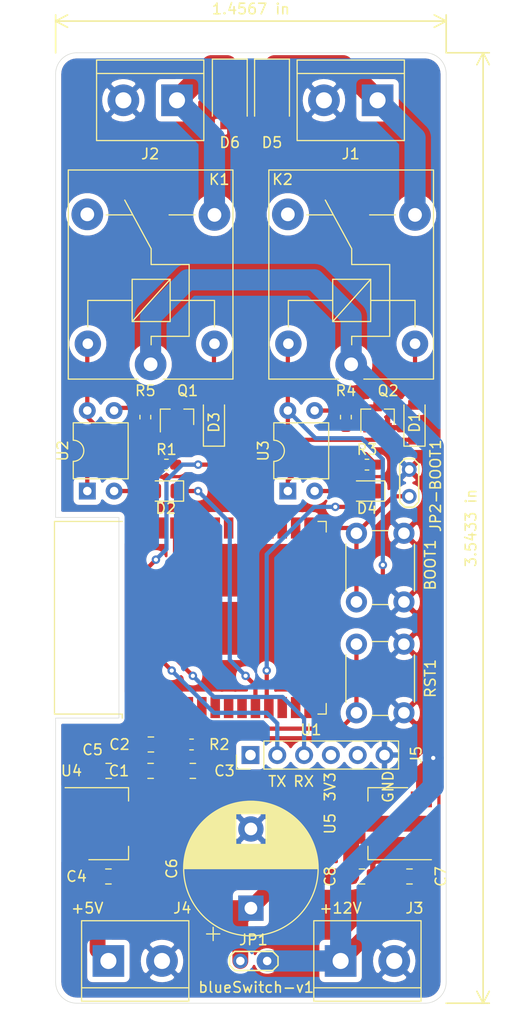
<source format=kicad_pcb>
(kicad_pcb (version 20171130) (host pcbnew "(5.1.6)-1")
  (layers (0 F.Cu signal) (31 B.Cu signal) (34 B.Paste user) (35 F.Paste user) (36 B.SilkS user) (37 F.SilkS user) (38 B.Mask user) (39 F.Mask user) (44 Edge.Cuts user))
  (net 0 "")
  (net 1 "Net-(U1-Pad37)")
  (net 2 "Net-(U1-Pad36)")
  (net 3 "Net-(U1-Pad33)")
  (net 4 "Net-(U1-Pad32)")
  (net 5 "Net-(U1-Pad31)")
  (net 6 "Net-(U1-Pad30)")
  (net 7 "Net-(U1-Pad29)")
  (net 8 "Net-(U1-Pad28)")
  (net 9 "Net-(U1-Pad27)")
  (net 10 "Net-(U1-Pad26)")
  (net 11 "Net-(U1-Pad24)")
  (net 12 "Net-(U1-Pad23)")
  (net 13 "Net-(U1-Pad22)")
  (net 14 "Net-(U1-Pad21)")
  (net 15 "Net-(U1-Pad20)")
  (net 16 "Net-(U1-Pad19)")
  (net 17 "Net-(U1-Pad18)")
  (net 18 "Net-(U1-Pad17)")
  (net 19 "Net-(U1-Pad16)")
  (net 20 "Net-(U1-Pad14)")
  (net 21 "Net-(U1-Pad13)")
  (net 22 "Net-(U1-Pad12)")
  (net 23 "Net-(U1-Pad9)")
  (net 24 "Net-(U1-Pad8)")
  (net 25 "Net-(U1-Pad7)")
  (net 26 "Net-(U1-Pad6)")
  (net 27 "Net-(U1-Pad5)")
  (net 28 "Net-(U1-Pad4)")
  (net 29 "Net-(D1-Pad2)")
  (net 30 "Net-(D2-Pad2)")
  (net 31 GND)
  (net 32 "Net-(Q1-Pad1)")
  (net 33 +5V)
  (net 34 "Net-(R1-Pad1)")
  (net 35 +3V3)
  (net 36 /EN)
  (net 37 /IO0)
  (net 38 "Net-(D3-Pad2)")
  (net 39 "Net-(D4-Pad2)")
  (net 40 "Net-(Q2-Pad1)")
  (net 41 "Net-(R3-Pad1)")
  (net 42 +12V)
  (net 43 "Net-(K1-Pad4)")
  (net 44 "Net-(K2-Pad4)")
  (net 45 "Net-(D5-Pad1)")
  (net 46 "Net-(D6-Pad1)")
  (net 47 IO26)
  (net 48 IO25)
  (net 49 "Net-(J5-Pad5)")
  (net 50 3V3)
  (net 51 RX0)
  (net 52 TX0)
  (net 53 "Net-(J5-Pad1)")
  (net 54 "Net-(R4-Pad2)")
  (net 55 "Net-(R5-Pad2)")
  (module Package_TO_SOT_SMD:SOT-223-3_TabPin2 (layer F.Cu) (at 131.5 143 180)
    (fp_text reference U5 (at 5.5 0 90) (layer F.SilkS))
    (fp_text value LM1117-5.0)
    (pad 1 smd rect (at -3.15 -2.3 180) (size 2 1.5) (layers F.Cu F.Paste F.Mask) (net 31 GND))
    (pad 3 smd rect (at -3.15 2.3 180) (size 2 1.5) (layers F.Cu F.Paste F.Mask) (net 42 +12V))
    (pad 2 smd rect (at -3.15 0 180) (size 2 1.5) (layers F.Cu F.Paste F.Mask) (net 33 +5V))
    (pad 2 smd rect (at 3.15 0 180) (size 2 3.8) (layers F.Cu F.Paste F.Mask) (net 33 +5V))
  )
  (module Resistor_SMD:R_0603_1608Metric_Pad1.05x0.95mm_HandSolder (layer F.Cu) (at 108.5 104.5 90)
    (fp_text reference R5 (at 2.5 0 180) (layer F.SilkS))
    (fp_text value 500)
    (pad 2 smd roundrect (at 0.875 0 90) (size 1.05 0.95) (layers F.Cu F.Paste F.Mask) (net 55 "Net-(R5-Pad2)"))
    (pad 1 smd roundrect (at -0.875 0 90) (size 1.05 0.95) (layers F.Cu F.Paste F.Mask) (net 32 "Net-(Q1-Pad1)"))
  )
  (module Resistor_SMD:R_0603_1608Metric_Pad1.05x0.95mm_HandSolder (layer F.Cu) (at 127.5 104.5 90)
    (fp_text reference R4 (at 2.5 0 180) (layer F.SilkS))
    (fp_text value 500)
    (pad 2 smd roundrect (at 0.875 0 90) (size 1.05 0.95) (layers F.Cu F.Paste F.Mask) (net 54 "Net-(R4-Pad2)"))
    (pad 1 smd roundrect (at -0.875 0 90) (size 1.05 0.95) (layers F.Cu F.Paste F.Mask) (net 40 "Net-(Q2-Pad1)"))
  )
  (module Capacitor_SMD:C_0805_2012Metric_Pad1.15x1.40mm_HandSolder (layer F.Cu) (at 129.025 148)
    (fp_text reference C8 (at -3.025 0 90) (layer F.SilkS))
    (fp_text value 1uF)
    (pad 2 smd roundrect (at 1.025 0) (size 1.15 1.4) (layers F.Cu F.Paste F.Mask) (roundrect_rratio 0.217391) (net 31 GND))
    (pad 1 smd roundrect (at -1.025 0) (size 1.15 1.4) (layers F.Cu F.Paste F.Mask) (roundrect_rratio 0.217391) (net 33 +5V))
  )
  (module Capacitor_SMD:C_0805_2012Metric_Pad1.15x1.40mm_HandSolder (layer F.Cu) (at 133.525 148)
    (fp_text reference C7 (at 2.975 0 270) (layer F.SilkS))
    (fp_text value 1uF)
    (pad 2 smd roundrect (at 1.025 0) (size 1.15 1.4) (layers F.Cu F.Paste F.Mask) (roundrect_rratio 0.217391) (net 31 GND))
    (pad 1 smd roundrect (at -1.025 0) (size 1.15 1.4) (layers F.Cu F.Paste F.Mask) (roundrect_rratio 0.217391) (net 42 +12V))
  )
  (module TestPoint:TestPoint_2Pads_Pitch2.54mm_Drill0.8mm (layer F.Cu) (at 133.5 112 90)
    (fp_text reference JP2-BOOT1 (at 1 2.5 90) (layer F.SilkS))
    (fp_text value Jumper)
    (pad 2 thru_hole circle (at 2.54 0 90) (size 1.4 1.4) (drill 0.8) (layers *.Cu *.Mask) (net 31 GND))
    (pad 1 thru_hole circle (at 0 0 90) (size 1.4 1.4) (drill 0.8) (layers *.Cu *.Mask) (net 37 /IO0))
  )
  (module Connector_PinHeader_2.54mm:PinHeader_1x06_P2.54mm_Vertical (layer F.Cu) (at 118.46 136.5 90)
    (fp_text reference J5 (at 0 15.7 90) (layer F.SilkS))
    (fp_text value Conn_01x06_Female)
    (pad 6 thru_hole oval (at 0 12.7 90) (size 1.7 1.7) (drill 1) (layers *.Cu *.Mask) (net 31 GND))
    (pad 5 thru_hole oval (at 0 10.16 90) (size 1.7 1.7) (drill 1) (layers *.Cu *.Mask) (net 49 "Net-(J5-Pad5)"))
    (pad 4 thru_hole oval (at 0 7.62 90) (size 1.7 1.7) (drill 1) (layers *.Cu *.Mask) (net 50 3V3))
    (pad 3 thru_hole oval (at 0 5.08 90) (size 1.7 1.7) (drill 1) (layers *.Cu *.Mask) (net 51 RX0))
    (pad 2 thru_hole oval (at 0 2.54 90) (size 1.7 1.7) (drill 1) (layers *.Cu *.Mask) (net 52 TX0))
    (pad 1 thru_hole rect (at 0 0 90) (size 1.7 1.7) (drill 1) (layers *.Cu *.Mask) (net 53 "Net-(J5-Pad1)"))
  )
  (module Diode_SMD:D_SMA (layer F.Cu) (at 116.5 74 270)
    (fp_text reference D6 (at 4.5 0 180) (layer F.SilkS))
    (fp_text value US1M)
    (pad 2 smd rect (at 2 0 270) (size 2.5 1.8) (layers F.Cu F.Paste F.Mask) (net 31 GND))
    (pad 1 smd rect (at -2 0 270) (size 2.5 1.8) (layers F.Cu F.Paste F.Mask) (net 46 "Net-(D6-Pad1)"))
  )
  (module Diode_SMD:D_SMA (layer F.Cu) (at 120.5 74 270)
    (fp_text reference D5 (at 4.5 0 180) (layer F.SilkS))
    (fp_text value US1M)
    (pad 2 smd rect (at 2 0 270) (size 2.5 1.8) (layers F.Cu F.Paste F.Mask) (net 31 GND))
    (pad 1 smd rect (at -2 0 270) (size 2.5 1.8) (layers F.Cu F.Paste F.Mask) (net 45 "Net-(D5-Pad1)"))
  )
  (module Package_TO_SOT_SMD:SOT-223-3_TabPin2 (layer F.Cu) (at 105 143)
    (fp_text reference U4 (at -3.5 -5) (layer F.SilkS))
    (fp_text value LM1117-3.3)
    (pad 1 smd rect (at -3.15 -2.3) (size 2 1.5) (layers F.Cu F.Paste F.Mask) (net 31 GND))
    (pad 3 smd rect (at -3.15 2.3) (size 2 1.5) (layers F.Cu F.Paste F.Mask) (net 33 +5V))
    (pad 2 smd rect (at -3.15 0) (size 2 1.5) (layers F.Cu F.Paste F.Mask) (net 35 +3V3))
    (pad 2 smd rect (at 3.15 0) (size 2 3.8) (layers F.Cu F.Paste F.Mask) (net 35 +3V3))
  )
  (module TestPoint:TestPoint_2Pads_Pitch2.54mm_Drill0.8mm (layer F.Cu) (at 120.04 156 180)
    (fp_text reference JP1 (at 1.3 2) (layer F.SilkS))
    (fp_text value Jumper)
    (pad 2 thru_hole circle (at 2.54 0 180) (size 1.4 1.4) (drill 0.8) (layers *.Cu *.Mask) (net 33 +5V))
    (pad 1 thru_hole circle (at 0 0 180) (size 1.4 1.4) (drill 0.8) (layers *.Cu *.Mask) (net 42 +12V))
  )
  (module TerminalBlock:TerminalBlock_bornier-2_P5.08mm (layer F.Cu) (at 105 156)
    (fp_text reference J4 (at 7 -5) (layer F.SilkS))
    (fp_text value Screw_Terminal_01x02)
    (pad 2 thru_hole circle (at 5.08 0) (size 3 3) (drill 1.52) (layers *.Cu *.Mask) (net 31 GND))
    (pad 1 thru_hole rect (at 0 0) (size 3 3) (drill 1.52) (layers *.Cu *.Mask) (net 33 +5V))
  )
  (module TerminalBlock:TerminalBlock_bornier-2_P5.08mm (layer F.Cu) (at 127 156)
    (fp_text reference J3 (at 7 -5) (layer F.SilkS))
    (fp_text value Screw_Terminal_01x02)
    (pad 2 thru_hole circle (at 5.08 0) (size 3 3) (drill 1.52) (layers *.Cu *.Mask) (net 31 GND))
    (pad 1 thru_hole rect (at 0 0) (size 3 3) (drill 1.52) (layers *.Cu *.Mask) (net 42 +12V))
  )
  (module TerminalBlock:TerminalBlock_bornier-2_P5.08mm (layer F.Cu) (at 111.5 74.5 180)
    (fp_text reference J2 (at 2.54 -5.08) (layer F.SilkS))
    (fp_text value Screw_Terminal_01x02)
    (pad 2 thru_hole circle (at 5.08 0 180) (size 3 3) (drill 1.52) (layers *.Cu *.Mask) (net 31 GND))
    (pad 1 thru_hole rect (at 0 0 180) (size 3 3) (drill 1.52) (layers *.Cu *.Mask) (net 46 "Net-(D6-Pad1)"))
  )
  (module TerminalBlock:TerminalBlock_bornier-2_P5.08mm (layer F.Cu) (at 130.5 74.5 180)
    (fp_text reference J1 (at 2.54 -5.08) (layer F.SilkS))
    (fp_text value Screw_Terminal_01x02)
    (pad 2 thru_hole circle (at 5.08 0 180) (size 3 3) (drill 1.52) (layers *.Cu *.Mask) (net 31 GND))
    (pad 1 thru_hole rect (at 0 0 180) (size 3 3) (drill 1.52) (layers *.Cu *.Mask) (net 45 "Net-(D5-Pad1)"))
  )
  (module Capacitor_THT:CP_Radial_D12.5mm_P7.50mm (layer F.Cu) (at 118.5 151 90)
    (fp_text reference C6 (at 3.75 -7.5 90) (layer F.SilkS))
    (fp_text value CP1)
    (pad 2 thru_hole circle (at 7.5 0 90) (size 2.4 2.4) (drill 1.2) (layers *.Cu *.Mask) (net 31 GND))
    (pad 1 thru_hole rect (at 0 0 90) (size 2.4 2.4) (drill 1.2) (layers *.Cu *.Mask) (net 33 +5V))
  )
  (module Capacitor_SMD:C_0805_2012Metric_Pad1.15x1.40mm_HandSolder (layer F.Cu) (at 105.025 138)
    (fp_text reference C5 (at -1.525 -2) (layer F.SilkS))
    (fp_text value 1uF)
    (pad 2 smd roundrect (at 1.025 0) (size 1.15 1.4) (layers F.Cu F.Paste F.Mask) (roundrect_rratio 0.217391) (net 31 GND))
    (pad 1 smd roundrect (at -1.025 0) (size 1.15 1.4) (layers F.Cu F.Paste F.Mask) (roundrect_rratio 0.217391) (net 35 +3V3))
  )
  (module Capacitor_SMD:C_0805_2012Metric_Pad1.15x1.40mm_HandSolder (layer F.Cu) (at 105 148)
    (fp_text reference C4 (at -3.025 0) (layer F.SilkS))
    (fp_text value 1uF)
    (pad 2 smd roundrect (at 1.025 0) (size 1.15 1.4) (layers F.Cu F.Paste F.Mask) (roundrect_rratio 0.217391) (net 31 GND))
    (pad 1 smd roundrect (at -1.025 0) (size 1.15 1.4) (layers F.Cu F.Paste F.Mask) (roundrect_rratio 0.217391) (net 33 +5V))
  )
  (module RF_Module:ESP32-WROOM-32 (layer F.Cu) (at 115.755 123.5 90)
    (fp_text reference U1 (at -10.61 8.43) (layer F.SilkS))
    (fp_text value ESP32-WROOM-32)
    (pad 38 smd rect (at 8.5 -8.255 90) (size 2 0.9) (layers F.Cu F.Paste F.Mask) (net 31 GND))
    (pad 37 smd rect (at 8.5 -6.985 90) (size 2 0.9) (layers F.Cu F.Paste F.Mask) (net 1 "Net-(U1-Pad37)"))
    (pad 36 smd rect (at 8.5 -5.715 90) (size 2 0.9) (layers F.Cu F.Paste F.Mask) (net 2 "Net-(U1-Pad36)"))
    (pad 35 smd rect (at 8.5 -4.445 90) (size 2 0.9) (layers F.Cu F.Paste F.Mask) (net 52 TX0))
    (pad 34 smd rect (at 8.5 -3.175 90) (size 2 0.9) (layers F.Cu F.Paste F.Mask) (net 51 RX0))
    (pad 33 smd rect (at 8.5 -1.905 90) (size 2 0.9) (layers F.Cu F.Paste F.Mask) (net 3 "Net-(U1-Pad33)"))
    (pad 32 smd rect (at 8.5 -0.635 90) (size 2 0.9) (layers F.Cu F.Paste F.Mask) (net 4 "Net-(U1-Pad32)"))
    (pad 31 smd rect (at 8.5 0.635 90) (size 2 0.9) (layers F.Cu F.Paste F.Mask) (net 5 "Net-(U1-Pad31)"))
    (pad 30 smd rect (at 8.5 1.905 90) (size 2 0.9) (layers F.Cu F.Paste F.Mask) (net 6 "Net-(U1-Pad30)"))
    (pad 29 smd rect (at 8.5 3.175 90) (size 2 0.9) (layers F.Cu F.Paste F.Mask) (net 7 "Net-(U1-Pad29)"))
    (pad 28 smd rect (at 8.5 4.445 90) (size 2 0.9) (layers F.Cu F.Paste F.Mask) (net 8 "Net-(U1-Pad28)"))
    (pad 27 smd rect (at 8.5 5.715 90) (size 2 0.9) (layers F.Cu F.Paste F.Mask) (net 9 "Net-(U1-Pad27)"))
    (pad 26 smd rect (at 8.5 6.985 90) (size 2 0.9) (layers F.Cu F.Paste F.Mask) (net 10 "Net-(U1-Pad26)"))
    (pad 25 smd rect (at 8.5 8.255 90) (size 2 0.9) (layers F.Cu F.Paste F.Mask) (net 37 /IO0))
    (pad 24 smd rect (at 5.715 9.255 180) (size 2 0.9) (layers F.Cu F.Paste F.Mask) (net 11 "Net-(U1-Pad24)"))
    (pad 23 smd rect (at 4.445 9.255 180) (size 2 0.9) (layers F.Cu F.Paste F.Mask) (net 12 "Net-(U1-Pad23)"))
    (pad 22 smd rect (at 3.175 9.255 180) (size 2 0.9) (layers F.Cu F.Paste F.Mask) (net 13 "Net-(U1-Pad22)"))
    (pad 21 smd rect (at 1.905 9.255 180) (size 2 0.9) (layers F.Cu F.Paste F.Mask) (net 14 "Net-(U1-Pad21)"))
    (pad 20 smd rect (at 0.635 9.255 180) (size 2 0.9) (layers F.Cu F.Paste F.Mask) (net 15 "Net-(U1-Pad20)"))
    (pad 19 smd rect (at -0.635 9.255 180) (size 2 0.9) (layers F.Cu F.Paste F.Mask) (net 16 "Net-(U1-Pad19)"))
    (pad 18 smd rect (at -1.905 9.255 180) (size 2 0.9) (layers F.Cu F.Paste F.Mask) (net 17 "Net-(U1-Pad18)"))
    (pad 17 smd rect (at -3.175 9.255 180) (size 2 0.9) (layers F.Cu F.Paste F.Mask) (net 18 "Net-(U1-Pad17)"))
    (pad 16 smd rect (at -4.445 9.255 180) (size 2 0.9) (layers F.Cu F.Paste F.Mask) (net 19 "Net-(U1-Pad16)"))
    (pad 15 smd rect (at -5.715 9.255 180) (size 2 0.9) (layers F.Cu F.Paste F.Mask) (net 31 GND))
    (pad 14 smd rect (at -8.5 8.255 90) (size 2 0.9) (layers F.Cu F.Paste F.Mask) (net 20 "Net-(U1-Pad14)"))
    (pad 13 smd rect (at -8.5 6.985 90) (size 2 0.9) (layers F.Cu F.Paste F.Mask) (net 21 "Net-(U1-Pad13)"))
    (pad 12 smd rect (at -8.5 5.715 90) (size 2 0.9) (layers F.Cu F.Paste F.Mask) (net 22 "Net-(U1-Pad12)"))
    (pad 11 smd rect (at -8.5 4.445 90) (size 2 0.9) (layers F.Cu F.Paste F.Mask) (net 47 IO26))
    (pad 10 smd rect (at -8.5 3.175 90) (size 2 0.9) (layers F.Cu F.Paste F.Mask) (net 48 IO25))
    (pad 9 smd rect (at -8.5 1.905 90) (size 2 0.9) (layers F.Cu F.Paste F.Mask) (net 23 "Net-(U1-Pad9)"))
    (pad 8 smd rect (at -8.5 0.635 90) (size 2 0.9) (layers F.Cu F.Paste F.Mask) (net 24 "Net-(U1-Pad8)"))
    (pad 7 smd rect (at -8.5 -0.635 90) (size 2 0.9) (layers F.Cu F.Paste F.Mask) (net 25 "Net-(U1-Pad7)"))
    (pad 6 smd rect (at -8.5 -1.905 90) (size 2 0.9) (layers F.Cu F.Paste F.Mask) (net 26 "Net-(U1-Pad6)"))
    (pad 5 smd rect (at -8.5 -3.175 90) (size 2 0.9) (layers F.Cu F.Paste F.Mask) (net 27 "Net-(U1-Pad5)"))
    (pad 4 smd rect (at -8.5 -4.445 90) (size 2 0.9) (layers F.Cu F.Paste F.Mask) (net 28 "Net-(U1-Pad4)"))
    (pad 3 smd rect (at -8.5 -5.715 90) (size 2 0.9) (layers F.Cu F.Paste F.Mask) (net 36 /EN))
    (pad 2 smd rect (at -8.5 -6.985 90) (size 2 0.9) (layers F.Cu F.Paste F.Mask) (net 35 +3V3))
    (pad 1 smd rect (at -8.5 -8.255 90) (size 2 0.9) (layers F.Cu F.Paste F.Mask) (net 31 GND))
    (pad 39 smd rect (at -1 -0.755 90) (size 5 5) (layers F.Cu F.Paste F.Mask) (net 31 GND))
  )
  (module Button_Switch_THT:SW_PUSH_6mm (layer F.Cu) (at 128.5 122 90)
    (fp_text reference BOOT1 (at 3.5 7 90) (layer F.SilkS))
    (fp_text value SW_Push)
    (pad 1 thru_hole circle (at 6.5 0 180) (size 2 2) (drill 1.1) (layers *.Cu *.Mask) (net 37 /IO0))
    (pad 2 thru_hole circle (at 6.5 4.5 180) (size 2 2) (drill 1.1) (layers *.Cu *.Mask) (net 31 GND))
    (pad 1 thru_hole circle (at 0 0 180) (size 2 2) (drill 1.1) (layers *.Cu *.Mask) (net 37 /IO0))
    (pad 2 thru_hole circle (at 0 4.5 180) (size 2 2) (drill 1.1) (layers *.Cu *.Mask) (net 31 GND))
  )
  (module Button_Switch_THT:SW_PUSH_6mm (layer F.Cu) (at 128.5 132.5 90)
    (fp_text reference RST1 (at 3.25 7 90) (layer F.SilkS))
    (fp_text value SW_Push)
    (pad 1 thru_hole circle (at 6.5 0 180) (size 2 2) (drill 1.1) (layers *.Cu *.Mask) (net 36 /EN))
    (pad 2 thru_hole circle (at 6.5 4.5 180) (size 2 2) (drill 1.1) (layers *.Cu *.Mask) (net 31 GND))
    (pad 1 thru_hole circle (at 0 0 180) (size 2 2) (drill 1.1) (layers *.Cu *.Mask) (net 36 /EN))
    (pad 2 thru_hole circle (at 0 4.5 180) (size 2 2) (drill 1.1) (layers *.Cu *.Mask) (net 31 GND))
  )
  (module Diode_SMD:D_SOD-123 (layer F.Cu) (at 115 105 90)
    (fp_text reference D3 (at 0 0 90) (layer F.SilkS))
    (fp_text value 1N4148W)
    (pad 2 smd rect (at 1.65 0 90) (size 0.9 1.2) (layers F.Cu F.Paste F.Mask) (net 38 "Net-(D3-Pad2)"))
    (pad 1 smd rect (at -1.65 0 90) (size 0.9 1.2) (layers F.Cu F.Paste F.Mask) (net 33 +5V))
  )
  (module Diode_SMD:D_SOD-123 (layer F.Cu) (at 134 105 90)
    (fp_text reference D1 (at 0 0 90) (layer F.SilkS))
    (fp_text value 1N4148W)
    (pad 2 smd rect (at 1.65 0 90) (size 0.9 1.2) (layers F.Cu F.Paste F.Mask) (net 29 "Net-(D1-Pad2)"))
    (pad 1 smd rect (at -1.65 0 90) (size 0.9 1.2) (layers F.Cu F.Paste F.Mask) (net 33 +5V))
  )
  (module Package_DIP:DIP-4_W7.62mm (layer F.Cu) (at 122 111.5 90)
    (fp_text reference U3 (at 3.81 -2.33 90) (layer F.SilkS))
    (fp_text value EL817)
    (pad 4 thru_hole oval (at 7.62 0 90) (size 1.6 1.6) (drill 0.8) (layers *.Cu *.Mask) (net 33 +5V))
    (pad 2 thru_hole oval (at 0 2.54 90) (size 1.6 1.6) (drill 0.8) (layers *.Cu *.Mask) (net 39 "Net-(D4-Pad2)"))
    (pad 3 thru_hole oval (at 7.62 2.54 90) (size 1.6 1.6) (drill 0.8) (layers *.Cu *.Mask) (net 54 "Net-(R4-Pad2)"))
    (pad 1 thru_hole rect (at 0 0 90) (size 1.6 1.6) (drill 0.8) (layers *.Cu *.Mask) (net 41 "Net-(R3-Pad1)"))
  )
  (module Resistor_SMD:R_0603_1608Metric_Pad1.05x0.95mm_HandSolder (layer F.Cu) (at 129.5 109)
    (fp_text reference R3 (at 0 -1.43) (layer F.SilkS))
    (fp_text value R_Small)
    (pad 2 smd roundrect (at 0.875 0) (size 1.05 0.95) (layers F.Cu F.Paste F.Mask) (net 35 +3V3))
    (pad 1 smd roundrect (at -0.875 0) (size 1.05 0.95) (layers F.Cu F.Paste F.Mask) (net 41 "Net-(R3-Pad1)"))
  )
  (module Package_TO_SOT_SMD:SOT-23 (layer F.Cu) (at 130.5 104.5 90)
    (fp_text reference Q2 (at 2.5 1 180) (layer F.SilkS))
    (fp_text value BC817)
    (pad 3 smd rect (at 1 0 90) (size 0.9 0.8) (layers F.Cu F.Paste F.Mask) (net 29 "Net-(D1-Pad2)"))
    (pad 2 smd rect (at -1 0.95 90) (size 0.9 0.8) (layers F.Cu F.Paste F.Mask) (net 31 GND))
    (pad 1 smd rect (at -1 -0.95 90) (size 0.9 0.8) (layers F.Cu F.Paste F.Mask) (net 40 "Net-(Q2-Pad1)"))
  )
  (module Relay_THT:Relay_SPDT_SANYOU_SRD_Series_Form_C (layer F.Cu) (at 128 99.5 90)
    (fp_text reference K2 (at 17.5 -6.5 180) (layer F.SilkS))
    (fp_text value SANYOU_SRD_Form_C)
    (pad 1 thru_hole circle (at 0 0 180) (size 3 3) (drill 1.3) (layers *.Cu *.Mask) (net 42 +12V))
    (pad 5 thru_hole circle (at 1.95 -5.95 180) (size 2.5 2.5) (drill 1) (layers *.Cu *.Mask) (net 33 +5V))
    (pad 4 thru_hole circle (at 14.2 -6 180) (size 3 3) (drill 1.3) (layers *.Cu *.Mask) (net 44 "Net-(K2-Pad4)"))
    (pad 3 thru_hole circle (at 14.15 6.05 180) (size 3 3) (drill 1.3) (layers *.Cu *.Mask) (net 45 "Net-(D5-Pad1)"))
    (pad 2 thru_hole circle (at 1.95 6.05 180) (size 2.5 2.5) (drill 1) (layers *.Cu *.Mask) (net 29 "Net-(D1-Pad2)"))
  )
  (module LED_SMD:LED_0805_2012Metric (layer F.Cu) (at 129.5 111.5 180)
    (fp_text reference D4 (at 0 -1.65) (layer F.SilkS))
    (fp_text value LED)
    (pad 2 smd roundrect (at 0.9375 0 180) (size 0.975 1.4) (layers F.Cu F.Paste F.Mask) (net 39 "Net-(D4-Pad2)"))
    (pad 1 smd roundrect (at -0.9375 0 180) (size 0.975 1.4) (layers F.Cu F.Paste F.Mask) (net 47 IO26))
  )
  (module Capacitor_SMD:C_0805_2012Metric_Pad1.15x1.40mm_HandSolder (layer F.Cu) (at 113 138 180)
    (fp_text reference C3 (at -3 0) (layer F.SilkS))
    (fp_text value C_Small)
    (pad 2 smd roundrect (at 1.025 0 180) (size 1.15 1.4) (layers F.Cu F.Paste F.Mask) (roundrect_rratio 0.217391) (net 31 GND))
    (pad 1 smd roundrect (at -1.025 0 180) (size 1.15 1.4) (layers F.Cu F.Paste F.Mask) (roundrect_rratio 0.217391) (net 36 /EN))
  )
  (module Capacitor_SMD:C_0805_2012Metric_Pad1.15x1.40mm_HandSolder (layer F.Cu) (at 109.025 135.5 180)
    (fp_text reference C2 (at 2.975 0) (layer F.SilkS))
    (fp_text value 0.1uF)
    (pad 2 smd roundrect (at 1.025 0 180) (size 1.15 1.4) (layers F.Cu F.Paste F.Mask) (roundrect_rratio 0.217391) (net 31 GND))
    (pad 1 smd roundrect (at -1.025 0 180) (size 1.15 1.4) (layers F.Cu F.Paste F.Mask) (roundrect_rratio 0.217391) (net 35 +3V3))
  )
  (module Capacitor_SMD:C_0805_2012Metric_Pad1.15x1.40mm_HandSolder (layer F.Cu) (at 109 138 180)
    (fp_text reference C1 (at 3 0) (layer F.SilkS))
    (fp_text value 0.1uF)
    (pad 2 smd roundrect (at 1.025 0 180) (size 1.15 1.4) (layers F.Cu F.Paste F.Mask) (roundrect_rratio 0.217391) (net 31 GND))
    (pad 1 smd roundrect (at -1.025 0 180) (size 1.15 1.4) (layers F.Cu F.Paste F.Mask) (roundrect_rratio 0.217391) (net 35 +3V3))
  )
  (module Resistor_SMD:R_0603_1608Metric_Pad1.05x0.95mm_HandSolder (layer F.Cu) (at 112.875 135.5 180)
    (fp_text reference R2 (at -2.625 0) (layer F.SilkS))
    (fp_text value R_Small)
    (pad 2 smd roundrect (at 0.875 0 180) (size 1.05 0.95) (layers F.Cu F.Paste F.Mask) (net 35 +3V3))
    (pad 1 smd roundrect (at -0.875 0 180) (size 1.05 0.95) (layers F.Cu F.Paste F.Mask) (net 36 /EN))
  )
  (module Package_DIP:DIP-4_W7.62mm (layer F.Cu) (at 103 111.5 90)
    (fp_text reference U2 (at 3.81 -2.33 90) (layer F.SilkS))
    (fp_text value EL817)
    (pad 4 thru_hole oval (at 7.62 0 90) (size 1.6 1.6) (drill 0.8) (layers *.Cu *.Mask) (net 33 +5V))
    (pad 2 thru_hole oval (at 0 2.54 90) (size 1.6 1.6) (drill 0.8) (layers *.Cu *.Mask) (net 30 "Net-(D2-Pad2)"))
    (pad 3 thru_hole oval (at 7.62 2.54 90) (size 1.6 1.6) (drill 0.8) (layers *.Cu *.Mask) (net 55 "Net-(R5-Pad2)"))
    (pad 1 thru_hole rect (at 0 0 90) (size 1.6 1.6) (drill 0.8) (layers *.Cu *.Mask) (net 34 "Net-(R1-Pad1)"))
  )
  (module Resistor_SMD:R_0603_1608Metric_Pad1.05x0.95mm_HandSolder (layer F.Cu) (at 110.5 109)
    (fp_text reference R1 (at 0 -1.43) (layer F.SilkS))
    (fp_text value R_Small)
    (pad 2 smd roundrect (at 0.875 0) (size 1.05 0.95) (layers F.Cu F.Paste F.Mask) (net 35 +3V3))
    (pad 1 smd roundrect (at -0.875 0) (size 1.05 0.95) (layers F.Cu F.Paste F.Mask) (net 34 "Net-(R1-Pad1)"))
  )
  (module Package_TO_SOT_SMD:SOT-23 (layer F.Cu) (at 111.5 104.5 90)
    (fp_text reference Q1 (at 2.5 1 180) (layer F.SilkS))
    (fp_text value BC817)
    (pad 3 smd rect (at 1 0 90) (size 0.9 0.8) (layers F.Cu F.Paste F.Mask) (net 38 "Net-(D3-Pad2)"))
    (pad 2 smd rect (at -1 0.95 90) (size 0.9 0.8) (layers F.Cu F.Paste F.Mask) (net 31 GND))
    (pad 1 smd rect (at -1 -0.95 90) (size 0.9 0.8) (layers F.Cu F.Paste F.Mask) (net 32 "Net-(Q1-Pad1)"))
  )
  (module Relay_THT:Relay_SPDT_SANYOU_SRD_Series_Form_C (layer F.Cu) (at 109 99.5 90)
    (fp_text reference K1 (at 17.5 6.5 180) (layer F.SilkS))
    (fp_text value SANYOU_SRD_Form_C)
    (pad 1 thru_hole circle (at 0 0 180) (size 3 3) (drill 1.3) (layers *.Cu *.Mask) (net 42 +12V))
    (pad 5 thru_hole circle (at 1.95 -5.95 180) (size 2.5 2.5) (drill 1) (layers *.Cu *.Mask) (net 33 +5V))
    (pad 4 thru_hole circle (at 14.2 -6 180) (size 3 3) (drill 1.3) (layers *.Cu *.Mask) (net 43 "Net-(K1-Pad4)"))
    (pad 3 thru_hole circle (at 14.15 6.05 180) (size 3 3) (drill 1.3) (layers *.Cu *.Mask) (net 46 "Net-(D6-Pad1)"))
    (pad 2 thru_hole circle (at 1.95 6.05 180) (size 2.5 2.5) (drill 1) (layers *.Cu *.Mask) (net 38 "Net-(D3-Pad2)"))
  )
  (module LED_SMD:LED_0805_2012Metric (layer F.Cu) (at 110.4375 111.5 180)
    (fp_text reference D2 (at 0 -1.65) (layer F.SilkS))
    (fp_text value LED)
    (pad 2 smd roundrect (at 0.9375 0 180) (size 0.975 1.4) (layers F.Cu F.Paste F.Mask) (net 30 "Net-(D2-Pad2)"))
    (pad 1 smd roundrect (at -0.9375 0 180) (size 0.975 1.4) (layers F.Cu F.Paste F.Mask) (net 48 IO25))
  )
  (dimension 37 (width 0.15) (layer F.SilkS) (gr_text "37.000 mm" (at 118.5 65.7) (layer F.SilkS) (effects (font (size 1 1) (thickness 0.15)))) (feature1 (pts (xy 137 70) (xy 137 66.413579))) (feature2 (pts (xy 100 70) (xy 100 66.413579))) (crossbar (pts (xy 100 67) (xy 137 67))) (arrow1a (pts (xy 137 67) (xy 135.873496 67.586421))) (arrow1b (pts (xy 137 67) (xy 135.873496 66.413579))) (arrow2a (pts (xy 100 67) (xy 101.126504 67.586421))) (arrow2b (pts (xy 100 67) (xy 101.126504 66.413579))))
  (dimension 90 (width 0.15) (layer F.SilkS) (gr_text "90.000 mm" (at 141.8 115 90) (layer F.SilkS) (effects (font (size 1 1) (thickness 0.15)))) (feature1 (pts (xy 137 70) (xy 141.086421 70))) (feature2 (pts (xy 137 160) (xy 141.086421 160))) (crossbar (pts (xy 140.5 160) (xy 140.5 70))) (arrow1a (pts (xy 140.5 70) (xy 141.086421 71.126504))) (arrow1b (pts (xy 140.5 70) (xy 139.913579 71.126504))) (arrow2a (pts (xy 140.5 160) (xy 141.086421 158.873496))) (arrow2b (pts (xy 140.5 160) (xy 139.913579 158.873496))))
  (gr_arc (start 102 158) (end 100 158) (angle -90) (layer Edge.Cuts) (width 0.05))
  (gr_arc (start 135 158) (end 135 160) (angle -90) (layer Edge.Cuts) (width 0.05))
  (gr_arc (start 135 72) (end 137 72) (angle -90) (layer Edge.Cuts) (width 0.05))
  (gr_arc (start 102 72) (end 102 70) (angle -90) (layer Edge.Cuts) (width 0.05))
  (gr_line (start 102 160) (end 135 160) (layer Edge.Cuts) (width 0.05))
  (gr_text +12V (at 127 151) (layer F.SilkS) (effects (font (size 1 1))))
  (gr_text +5V (at 103 151) (layer F.SilkS) (effects (font (size 1 1))))
  (gr_text blueSwitch-v1 (at 119 158.5) (layer F.SilkS) (effects (font (size 1 1))))
  (gr_text GND (at 131.5 139.5 90) (layer F.SilkS) (effects (font (size 1 1))))
  (gr_text 3V3 (at 126 139.5 90) (layer F.SilkS) (effects (font (size 1 1))))
  (gr_text RX (at 123.5 139) (layer F.SilkS) (effects (font (size 1 1))))
  (gr_text TX (at 121 139) (layer F.SilkS) (effects (font (size 1 1))))
  (gr_line (start 137 158) (end 137 146.5) (layer Edge.Cuts) (width 0.05))
  (gr_line (start 100 146.5) (end 100 158) (layer Edge.Cuts) (width 0.05))
  (gr_line (start 100 133) (end 100 146.5) (layer Edge.Cuts) (width 0.05))
  (gr_line (start 100 101.5) (end 100 114) (layer Edge.Cuts) (width 0.05))
  (gr_line (start 106 114) (end 100 114) (layer Edge.Cuts) (width 0.05))
  (gr_line (start 106 133) (end 106 114) (layer Edge.Cuts) (width 0.05))
  (gr_line (start 100 133) (end 106 133) (layer Edge.Cuts) (width 0.05))
  (gr_line (start 137 134.5) (end 137 146.5) (layer Edge.Cuts) (width 0.05))
  (gr_line (start 137 101.5) (end 137 134.5) (layer Edge.Cuts) (width 0.05))
  (gr_line (start 137 72) (end 137 101.5) (layer Edge.Cuts) (width 0.05))
  (gr_line (start 102 70) (end 135 70) (layer Edge.Cuts) (width 0.05))
  (gr_line (start 100 101.5) (end 100 72) (layer Edge.Cuts) (width 0.05))
  (segment (start 133.85 103.5) (end 134 103.35) (width 0.4) (layer F.Cu) (net 29))
  (segment (start 129.5 103.5) (end 133.85 103.5) (width 0.4) (layer F.Cu) (net 29))
  (segment (start 134.05 103.3) (end 134 103.35) (width 0.4) (layer F.Cu) (net 29))
  (segment (start 134.05 97.55) (end 134.05 103.3) (width 0.4) (layer F.Cu) (net 29))
  (segment (start 105.54 111.5) (end 109.5 111.5) (width 0.4) (layer F.Cu) (net 30))
  (segment (start 108.625 105.5) (end 108.5 105.375) (width 0.4) (layer F.Cu) (net 32))
  (segment (start 110.55 105.5) (end 108.625 105.5) (width 0.4) (layer F.Cu) (net 32))
  (segment (start 103 97.6) (end 103.05 97.55) (width 0.4) (layer F.Cu) (net 33))
  (segment (start 103 103.88) (end 103 97.6) (width 0.4) (layer F.Cu) (net 33))
  (segment (start 115 106.65) (end 105.15 106.65) (width 0.4) (layer F.Cu) (net 33))
  (segment (start 103 104.5) (end 103 103.88) (width 0.4) (layer F.Cu) (net 33))
  (segment (start 105.15 106.65) (end 103 104.5) (width 0.4) (layer F.Cu) (net 33))
  (segment (start 122 97.6) (end 122.05 97.55) (width 0.4) (layer F.Cu) (net 33))
  (segment (start 122 103.88) (end 122 97.6) (width 0.4) (layer F.Cu) (net 33))
  (segment (start 115 106.65) (end 118.85 106.65) (width 0.4) (layer F.Cu) (net 33))
  (segment (start 118.85 106.65) (end 119.23 106.65) (width 0.4) (layer F.Cu) (net 33))
  (segment (start 122 106.5) (end 121.85 106.65) (width 0.4) (layer F.Cu) (net 33))
  (segment (start 134 106.65) (end 121.85 106.65) (width 0.4) (layer F.Cu) (net 33))
  (segment (start 122 103.88) (end 122 106.5) (width 0.4) (layer F.Cu) (net 33))
  (segment (start 121.85 106.65) (end 118.85 106.65) (width 0.4) (layer F.Cu) (net 33))
  (segment (start 128 143.35) (end 128.35 143) (width 1.5) (layer F.Cu) (net 33))
  (segment (start 128 148) (end 128 143.35) (width 1.5) (layer F.Cu) (net 33))
  (segment (start 128.35 143) (end 134.65 143) (width 1.5) (layer F.Cu) (net 33))
  (segment (start 128.35 143) (end 128.35 141.15) (width 0.4) (layer F.Cu) (net 33))
  (segment (start 128.35 141.15) (end 130.5 139) (width 0.4) (layer F.Cu) (net 33))
  (segment (start 130.5 139) (end 132 139) (width 0.4) (layer F.Cu) (net 33))
  (segment (start 132 139) (end 133 138) (width 0.4) (layer F.Cu) (net 33))
  (segment (start 133 138) (end 133 135.5) (width 0.4) (layer F.Cu) (net 33))
  (segment (start 133 135.5) (end 131 133.5) (width 0.4) (layer F.Cu) (net 33))
  (via (at 131 118.5) (size 0.8) (drill 0.4) (layers F.Cu B.Cu) (net 33))
  (segment (start 131 133.5) (end 131 118.5) (width 0.4) (layer F.Cu) (net 33))
  (segment (start 131 118.5) (end 131 108.5) (width 0.4) (layer B.Cu) (net 33))
  (segment (start 131 108.5) (end 129 106.5) (width 0.4) (layer B.Cu) (net 33))
  (segment (start 124.62 106.5) (end 122 103.88) (width 0.4) (layer B.Cu) (net 33))
  (segment (start 129 106.5) (end 124.62 106.5) (width 0.4) (layer B.Cu) (net 33))
  (segment (start 103.975 148) (end 103 148) (width 1) (layer F.Cu) (net 33))
  (segment (start 101.85 146.85) (end 101.85 145.3) (width 1) (layer F.Cu) (net 33))
  (segment (start 103 148) (end 101.85 146.85) (width 1) (layer F.Cu) (net 33))
  (segment (start 121.5 148) (end 118.5 151) (width 1.5) (layer F.Cu) (net 33))
  (segment (start 128 148) (end 121.5 148) (width 1.5) (layer F.Cu) (net 33))
  (segment (start 105 156) (end 103.975 154.975) (width 1.5) (layer F.Cu) (net 33))
  (segment (start 104 151) (end 103.975 150.975) (width 1.5) (layer F.Cu) (net 33))
  (segment (start 118.5 151) (end 104 151) (width 1.5) (layer F.Cu) (net 33))
  (segment (start 103.975 154.975) (end 103.975 150.975) (width 1.5) (layer F.Cu) (net 33))
  (segment (start 103.975 150.975) (end 103.975 148) (width 1.5) (layer F.Cu) (net 33))
  (segment (start 117.5 152) (end 118.5 151) (width 1.5) (layer F.Cu) (net 33))
  (segment (start 117.5 156) (end 117.5 152) (width 1.5) (layer F.Cu) (net 33))
  (segment (start 103 111.5) (end 103 110) (width 0.4) (layer F.Cu) (net 34))
  (segment (start 104 109) (end 109.625 109) (width 0.4) (layer F.Cu) (net 34))
  (segment (start 103 110) (end 104 109) (width 0.4) (layer F.Cu) (net 34))
  (segment (start 104 138) (end 104 143) (width 0.4) (layer F.Cu) (net 35))
  (segment (start 101.85 143) (end 104 143) (width 0.4) (layer F.Cu) (net 35))
  (segment (start 104 143) (end 108.15 143) (width 0.4) (layer F.Cu) (net 35))
  (segment (start 110.025 135.525) (end 110.05 135.5) (width 1) (layer F.Cu) (net 35))
  (segment (start 110.025 138) (end 110.025 135.525) (width 1) (layer F.Cu) (net 35))
  (segment (start 104 142.5) (end 104.5 143) (width 1) (layer F.Cu) (net 35))
  (segment (start 104 138) (end 104 142.5) (width 1) (layer F.Cu) (net 35))
  (segment (start 101.85 143) (end 104.5 143) (width 1) (layer F.Cu) (net 35))
  (segment (start 104.5 143) (end 108.15 143) (width 1) (layer F.Cu) (net 35))
  (segment (start 110.025 141.125) (end 110.025 138) (width 1) (layer F.Cu) (net 35))
  (segment (start 108.15 143) (end 110.025 141.125) (width 1) (layer F.Cu) (net 35))
  (segment (start 108.77 132) (end 108.77 133.73) (width 1) (layer F.Cu) (net 35))
  (segment (start 110.05 135.43148) (end 110.05 135.5) (width 1) (layer F.Cu) (net 35))
  (segment (start 108.77 133.73) (end 110.05 135.43148) (width 1) (layer F.Cu) (net 35))
  (segment (start 112 135.5) (end 110.05 135.5) (width 0.4) (layer F.Cu) (net 35))
  (segment (start 120.5 108) (end 129.375 108) (width 0.4) (layer F.Cu) (net 35))
  (segment (start 129.375 108) (end 130.375 109) (width 0.4) (layer F.Cu) (net 35))
  (segment (start 119.5 109) (end 120.5 108) (width 0.4) (layer F.Cu) (net 35))
  (segment (start 108.77 132) (end 108.77 118.73) (width 0.4) (layer F.Cu) (net 35))
  (via (at 109.5 118) (size 0.8) (drill 0.4) (layers F.Cu B.Cu) (net 35))
  (segment (start 108.77 118.73) (end 109.5 118) (width 0.4) (layer F.Cu) (net 35))
  (segment (start 109.5 118) (end 110.5 117) (width 0.4) (layer B.Cu) (net 35))
  (segment (start 110.5 117) (end 110.5 110.5) (width 0.4) (layer B.Cu) (net 35))
  (segment (start 112 109) (end 113.5 109) (width 0.4) (layer B.Cu) (net 35))
  (via (at 113.5 109) (size 0.8) (drill 0.4) (layers F.Cu B.Cu) (net 35))
  (segment (start 110.5 110.5) (end 112 109) (width 0.4) (layer B.Cu) (net 35))
  (segment (start 111.375 109) (end 113.5 109) (width 0.4) (layer F.Cu) (net 35))
  (segment (start 113.5 109) (end 119.5 109) (width 0.4) (layer F.Cu) (net 35))
  (segment (start 110.04 132) (end 110.04 133.54) (width 0.4) (layer F.Cu) (net 36))
  (segment (start 110.04 133.54) (end 110.5 134) (width 0.4) (layer F.Cu) (net 36))
  (segment (start 110.5 134) (end 113 134) (width 0.4) (layer F.Cu) (net 36))
  (segment (start 113.75 134.75) (end 113.75 135.5) (width 0.4) (layer F.Cu) (net 36))
  (segment (start 113 134) (end 113.75 134.75) (width 0.4) (layer F.Cu) (net 36))
  (segment (start 113.75 137.725) (end 114.025 138) (width 0.4) (layer F.Cu) (net 36))
  (segment (start 113.75 135.5) (end 113.75 137.725) (width 0.4) (layer F.Cu) (net 36))
  (segment (start 128.5 126) (end 128.5 132.5) (width 0.4) (layer F.Cu) (net 36))
  (segment (start 113.75 135.5) (end 115.5 135.5) (width 0.4) (layer F.Cu) (net 36))
  (segment (start 115.5 135.5) (end 117 134) (width 0.4) (layer F.Cu) (net 36))
  (segment (start 127 134) (end 128.5 132.5) (width 0.4) (layer F.Cu) (net 36))
  (segment (start 117 134) (end 127 134) (width 0.4) (layer F.Cu) (net 36))
  (segment (start 128 115) (end 128.5 115.5) (width 0.4) (layer F.Cu) (net 37))
  (segment (start 124.01 115) (end 128 115) (width 0.4) (layer F.Cu) (net 37))
  (segment (start 132 112) (end 128.5 115.5) (width 0.4) (layer F.Cu) (net 37))
  (segment (start 133.5 112) (end 132 112) (width 0.4) (layer F.Cu) (net 37))
  (segment (start 128.5 115.5) (end 128.5 122) (width 0.4) (layer F.Cu) (net 37))
  (segment (start 115 97.6) (end 115.05 97.55) (width 0.4) (layer F.Cu) (net 38))
  (segment (start 115 103.35) (end 115 97.6) (width 0.4) (layer F.Cu) (net 38))
  (segment (start 114.85 103.5) (end 115 103.35) (width 0.4) (layer F.Cu) (net 38))
  (segment (start 111.5 103.5) (end 114.85 103.5) (width 0.4) (layer F.Cu) (net 38))
  (segment (start 124.54 111.5) (end 128.5625 111.5) (width 0.4) (layer F.Cu) (net 39))
  (segment (start 129.425 105.375) (end 129.55 105.5) (width 0.4) (layer F.Cu) (net 40))
  (segment (start 127.5 105.375) (end 129.425 105.375) (width 0.4) (layer F.Cu) (net 40))
  (segment (start 122 111.5) (end 122 110.5) (width 0.4) (layer F.Cu) (net 41))
  (segment (start 123.5 109) (end 128.625 109) (width 0.4) (layer F.Cu) (net 41))
  (segment (start 122 110.5) (end 123.5 109) (width 0.4) (layer F.Cu) (net 41))
  (segment (start 128 99.5) (end 128 95) (width 2) (layer B.Cu) (net 42))
  (segment (start 128 95) (end 124.5 91.5) (width 2) (layer B.Cu) (net 42))
  (segment (start 124.5 91.5) (end 112.5 91.5) (width 2) (layer B.Cu) (net 42))
  (segment (start 109 95) (end 109 99.5) (width 2) (layer B.Cu) (net 42))
  (segment (start 112.5 91.5) (end 109 95) (width 2) (layer B.Cu) (net 42))
  (segment (start 135.77499 107.27499) (end 128 99.5) (width 2) (layer B.Cu) (net 42))
  (via (at 135.77499 136.77499) (size 0.8) (drill 0.4) (layers F.Cu B.Cu) (net 42))
  (segment (start 134.65 137.89998) (end 135.77499 136.77499) (width 1) (layer F.Cu) (net 42))
  (segment (start 134.65 140.7) (end 134.65 137.89998) (width 1) (layer F.Cu) (net 42))
  (segment (start 135.77499 136.77499) (end 135.77499 107.27499) (width 2) (layer B.Cu) (net 42))
  (segment (start 135.77499 139.5) (end 135.77499 136.77499) (width 2) (layer B.Cu) (net 42))
  (segment (start 127 156) (end 127 148.27499) (width 2) (layer B.Cu) (net 42))
  (segment (start 127 148.27499) (end 135.77499 139.5) (width 2) (layer B.Cu) (net 42))
  (segment (start 120.04 156) (end 127 156) (width 2) (layer B.Cu) (net 42))
  (segment (start 132.5 150.5) (end 132.5 148) (width 1.5) (layer F.Cu) (net 42))
  (segment (start 127 156) (end 132.5 150.5) (width 1.5) (layer F.Cu) (net 42))
  (segment (start 134.05 78.05) (end 130.5 74.5) (width 2) (layer B.Cu) (net 45))
  (segment (start 134.05 85.35) (end 134.05 78.05) (width 2) (layer B.Cu) (net 45))
  (segment (start 120.5 71.5) (end 120.77499 71.22501) (width 2) (layer F.Cu) (net 45))
  (segment (start 120.5 72) (end 120.5 71.5) (width 2) (layer F.Cu) (net 45))
  (segment (start 127.22501 71.22501) (end 130.5 74.5) (width 2) (layer F.Cu) (net 45))
  (segment (start 120.77499 71.22501) (end 127.22501 71.22501) (width 2) (layer F.Cu) (net 45))
  (segment (start 115.05 78.05) (end 111.5 74.5) (width 2) (layer B.Cu) (net 46))
  (segment (start 115.05 85.35) (end 115.05 78.05) (width 2) (layer B.Cu) (net 46))
  (segment (start 116.5 71.5) (end 116.22501 71.22501) (width 2) (layer F.Cu) (net 46))
  (segment (start 116.5 72) (end 116.5 71.5) (width 2) (layer F.Cu) (net 46))
  (segment (start 114.77499 71.22501) (end 111.5 74.5) (width 2) (layer F.Cu) (net 46))
  (segment (start 116.22501 71.22501) (end 114.77499 71.22501) (width 2) (layer F.Cu) (net 46))
  (segment (start 130.4375 111.5) (end 128.9375 113) (width 0.4) (layer F.Cu) (net 47))
  (via (at 126.5 113) (size 0.8) (drill 0.4) (layers F.Cu B.Cu) (net 47))
  (segment (start 128.9375 113) (end 126.5 113) (width 0.4) (layer F.Cu) (net 47))
  (segment (start 126.5 113) (end 124.5 113) (width 0.4) (layer B.Cu) (net 47))
  (via (at 120 128.5) (size 0.8) (drill 0.4) (layers F.Cu B.Cu) (net 47))
  (segment (start 124.5 113) (end 120 117.5) (width 0.4) (layer B.Cu) (net 47))
  (segment (start 120 117.5) (end 120 128.5) (width 0.4) (layer B.Cu) (net 47))
  (segment (start 120 131.8) (end 120.2 132) (width 0.4) (layer F.Cu) (net 47))
  (segment (start 120 128.5) (end 120 131.8) (width 0.4) (layer F.Cu) (net 47))
  (via (at 118 129) (size 0.8) (drill 0.4) (layers F.Cu B.Cu) (net 48))
  (segment (start 118.93 132) (end 118.93 129.93) (width 0.4) (layer F.Cu) (net 48))
  (segment (start 118.93 129.93) (end 118 129) (width 0.4) (layer F.Cu) (net 48))
  (via (at 113.5 111.5) (size 0.8) (drill 0.4) (layers F.Cu B.Cu) (net 48))
  (segment (start 113.5 111.5) (end 111.375 111.5) (width 0.4) (layer F.Cu) (net 48))
  (segment (start 116.5 114.5) (end 113.5 111.5) (width 0.4) (layer B.Cu) (net 48))
  (segment (start 118 129) (end 116.5 127.5) (width 0.4) (layer B.Cu) (net 48))
  (segment (start 116.5 127.5) (end 116.5 114.5) (width 0.4) (layer B.Cu) (net 48))
  (via (at 113 129) (size 0.8) (drill 0.4) (layers F.Cu B.Cu) (net 51))
  (segment (start 113 129) (end 115 131) (width 0.4) (layer B.Cu) (net 51))
  (segment (start 115 131) (end 121.5 131) (width 0.4) (layer B.Cu) (net 51))
  (segment (start 123.54 133.04) (end 123.54 136.5) (width 0.4) (layer B.Cu) (net 51))
  (segment (start 121.5 131) (end 123.54 133.04) (width 0.4) (layer B.Cu) (net 51))
  (segment (start 111 120.5) (end 111 127) (width 0.4) (layer F.Cu) (net 51))
  (segment (start 112.25 128.25) (end 113 129) (width 0.4) (layer F.Cu) (net 51))
  (segment (start 112.58 118.92) (end 111 120.5) (width 0.4) (layer F.Cu) (net 51))
  (segment (start 111 127) (end 112.25 128.25) (width 0.4) (layer F.Cu) (net 51))
  (segment (start 112.58 115) (end 112.58 118.92) (width 0.4) (layer F.Cu) (net 51))
  (segment (start 111.31 115) (end 111.31 118.19) (width 0.4) (layer F.Cu) (net 52))
  (segment (start 111.31 118.19) (end 110 119.5) (width 0.4) (layer F.Cu) (net 52))
  (via (at 111 128.5) (size 0.8) (drill 0.4) (layers F.Cu B.Cu) (net 52))
  (segment (start 110 119.5) (end 110 127.5) (width 0.4) (layer F.Cu) (net 52))
  (segment (start 110 127.5) (end 111 128.5) (width 0.4) (layer F.Cu) (net 52))
  (segment (start 121 136.5) (end 121 133.5) (width 0.4) (layer B.Cu) (net 52))
  (segment (start 121 133.5) (end 120 132.5) (width 0.4) (layer B.Cu) (net 52))
  (segment (start 115 132.5) (end 111 128.5) (width 0.4) (layer B.Cu) (net 52))
  (segment (start 120 132.5) (end 115 132.5) (width 0.4) (layer B.Cu) (net 52))
  (segment (start 127.245 103.88) (end 127.5 103.625) (width 0.4) (layer F.Cu) (net 54))
  (segment (start 124.54 103.88) (end 127.245 103.88) (width 0.4) (layer F.Cu) (net 54))
  (segment (start 105.795 103.625) (end 105.54 103.88) (width 0.4) (layer F.Cu) (net 55))
  (segment (start 108.5 103.625) (end 105.795 103.625) (width 0.4) (layer F.Cu) (net 55))
  (zone (net 31) (net_name GND) (layer F.Cu) (connect_pads (clearance 0.508)) (min_thickness 0.254) (fill yes (arc_segments 32) (thermal_gap 0.508) (thermal_bridge_width 0.508))
    (polygon (pts (xy 137.5 161) (xy 99 161) (xy 99 69) (xy 138 69)))
  )
  (zone (net 31) (net_name GND) (layer B.Cu) (connect_pads (clearance 0.508)) (min_thickness 0.254) (fill yes (arc_segments 32) (thermal_gap 0.508) (thermal_bridge_width 0.508))
    (polygon (pts (xy 138 162) (xy 98.5 162) (xy 98.5 68.5) (xy 138.5 68.5)))
  )
)
</source>
